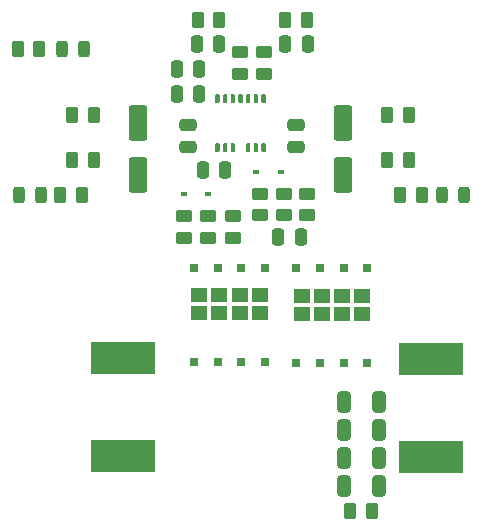
<source format=gbr>
%TF.GenerationSoftware,KiCad,Pcbnew,7.0.9*%
%TF.CreationDate,2024-01-03T10:23:19+05:30*%
%TF.ProjectId,RnD_6th_sem,526e445f-3674-4685-9f73-656d2e6b6963,rev?*%
%TF.SameCoordinates,Original*%
%TF.FileFunction,Paste,Top*%
%TF.FilePolarity,Positive*%
%FSLAX46Y46*%
G04 Gerber Fmt 4.6, Leading zero omitted, Abs format (unit mm)*
G04 Created by KiCad (PCBNEW 7.0.9) date 2024-01-03 10:23:19*
%MOMM*%
%LPD*%
G01*
G04 APERTURE LIST*
G04 Aperture macros list*
%AMRoundRect*
0 Rectangle with rounded corners*
0 $1 Rounding radius*
0 $2 $3 $4 $5 $6 $7 $8 $9 X,Y pos of 4 corners*
0 Add a 4 corners polygon primitive as box body*
4,1,4,$2,$3,$4,$5,$6,$7,$8,$9,$2,$3,0*
0 Add four circle primitives for the rounded corners*
1,1,$1+$1,$2,$3*
1,1,$1+$1,$4,$5*
1,1,$1+$1,$6,$7*
1,1,$1+$1,$8,$9*
0 Add four rect primitives between the rounded corners*
20,1,$1+$1,$2,$3,$4,$5,0*
20,1,$1+$1,$4,$5,$6,$7,0*
20,1,$1+$1,$6,$7,$8,$9,0*
20,1,$1+$1,$8,$9,$2,$3,0*%
G04 Aperture macros list end*
%ADD10RoundRect,0.243750X0.243750X0.456250X-0.243750X0.456250X-0.243750X-0.456250X0.243750X-0.456250X0*%
%ADD11RoundRect,0.250000X-0.262500X-0.450000X0.262500X-0.450000X0.262500X0.450000X-0.262500X0.450000X0*%
%ADD12RoundRect,0.250000X0.550000X-1.250000X0.550000X1.250000X-0.550000X1.250000X-0.550000X-1.250000X0*%
%ADD13RoundRect,0.250000X0.262500X0.450000X-0.262500X0.450000X-0.262500X-0.450000X0.262500X-0.450000X0*%
%ADD14RoundRect,0.250000X-0.250000X-0.475000X0.250000X-0.475000X0.250000X0.475000X-0.250000X0.475000X0*%
%ADD15RoundRect,0.250000X0.325000X0.650000X-0.325000X0.650000X-0.325000X-0.650000X0.325000X-0.650000X0*%
%ADD16RoundRect,0.250000X-0.450000X0.262500X-0.450000X-0.262500X0.450000X-0.262500X0.450000X0.262500X0*%
%ADD17R,1.400000X1.200000*%
%ADD18R,0.800000X0.800000*%
%ADD19RoundRect,0.250000X0.250000X0.475000X-0.250000X0.475000X-0.250000X-0.475000X0.250000X-0.475000X0*%
%ADD20R,5.450000X2.700000*%
%ADD21R,0.600000X0.450000*%
%ADD22RoundRect,0.243750X-0.243750X-0.456250X0.243750X-0.456250X0.243750X0.456250X-0.243750X0.456250X0*%
%ADD23RoundRect,0.250000X-0.475000X0.250000X-0.475000X-0.250000X0.475000X-0.250000X0.475000X0.250000X0*%
G04 APERTURE END LIST*
%TO.C,IC1*%
G36*
X138762100Y-62146500D02*
G01*
X138781100Y-62151100D01*
X138799200Y-62158600D01*
X138816000Y-62168900D01*
X138830900Y-62181600D01*
X138843600Y-62196500D01*
X138853900Y-62213300D01*
X138861400Y-62231400D01*
X138866000Y-62250400D01*
X138867500Y-62270000D01*
X138867500Y-62820000D01*
X138866000Y-62839600D01*
X138861400Y-62858600D01*
X138853900Y-62876700D01*
X138843600Y-62893500D01*
X138830900Y-62908400D01*
X138816000Y-62921100D01*
X138799200Y-62931400D01*
X138781100Y-62938900D01*
X138742500Y-62945000D01*
X138642500Y-62945000D01*
X138585800Y-62931400D01*
X138569000Y-62921100D01*
X138554100Y-62908400D01*
X138541400Y-62893500D01*
X138531100Y-62876700D01*
X138523600Y-62858600D01*
X138519000Y-62839600D01*
X138517500Y-62820000D01*
X138517500Y-62270000D01*
X138519000Y-62250400D01*
X138523600Y-62231400D01*
X138531100Y-62213300D01*
X138541400Y-62196500D01*
X138554100Y-62181600D01*
X138569000Y-62168900D01*
X138585800Y-62158600D01*
X138603900Y-62151100D01*
X138642500Y-62145000D01*
X138742500Y-62145000D01*
X138762100Y-62146500D01*
G37*
G36*
X140712100Y-62146500D02*
G01*
X140731100Y-62151100D01*
X140749200Y-62158600D01*
X140766000Y-62168900D01*
X140780900Y-62181600D01*
X140793600Y-62196500D01*
X140803900Y-62213300D01*
X140811400Y-62231400D01*
X140816000Y-62250400D01*
X140817500Y-62270000D01*
X140817500Y-62820000D01*
X140816000Y-62839600D01*
X140811400Y-62858600D01*
X140803900Y-62876700D01*
X140793600Y-62893500D01*
X140780900Y-62908400D01*
X140766000Y-62921100D01*
X140749200Y-62931400D01*
X140731100Y-62938900D01*
X140692500Y-62945000D01*
X140592500Y-62945000D01*
X140572900Y-62943500D01*
X140553900Y-62938900D01*
X140535800Y-62931400D01*
X140519000Y-62921100D01*
X140504100Y-62908400D01*
X140491400Y-62893500D01*
X140481100Y-62876700D01*
X140473600Y-62858600D01*
X140469000Y-62839600D01*
X140467500Y-62820000D01*
X140467500Y-62270000D01*
X140469000Y-62250400D01*
X140473600Y-62231400D01*
X140481100Y-62213300D01*
X140491400Y-62196500D01*
X140504100Y-62181600D01*
X140519000Y-62168900D01*
X140535800Y-62158600D01*
X140553900Y-62151100D01*
X140592500Y-62145000D01*
X140692500Y-62145000D01*
X140712100Y-62146500D01*
G37*
G36*
X140062100Y-62146500D02*
G01*
X140081100Y-62151100D01*
X140099200Y-62158600D01*
X140116000Y-62168900D01*
X140130900Y-62181600D01*
X140143600Y-62196500D01*
X140153900Y-62213300D01*
X140161400Y-62231400D01*
X140166000Y-62250400D01*
X140167500Y-62270000D01*
X140167500Y-62820000D01*
X140166000Y-62839600D01*
X140161400Y-62858600D01*
X140153900Y-62876700D01*
X140143600Y-62893500D01*
X140130900Y-62908400D01*
X140116000Y-62921100D01*
X140099200Y-62931400D01*
X140081100Y-62938900D01*
X140042500Y-62945000D01*
X139942500Y-62945000D01*
X139922900Y-62943500D01*
X139903900Y-62938900D01*
X139885800Y-62931400D01*
X139869000Y-62921100D01*
X139854100Y-62908400D01*
X139841400Y-62893500D01*
X139831100Y-62876700D01*
X139823600Y-62858600D01*
X139819000Y-62839600D01*
X139817500Y-62820000D01*
X139817500Y-62270000D01*
X139819000Y-62250400D01*
X139823600Y-62231400D01*
X139831100Y-62213300D01*
X139841400Y-62196500D01*
X139854100Y-62181600D01*
X139869000Y-62168900D01*
X139885800Y-62158600D01*
X139903900Y-62151100D01*
X139942500Y-62145000D01*
X140042500Y-62145000D01*
X140062100Y-62146500D01*
G37*
G36*
X139412100Y-62146500D02*
G01*
X139431100Y-62151100D01*
X139449200Y-62158600D01*
X139466000Y-62168900D01*
X139480900Y-62181600D01*
X139493600Y-62196500D01*
X139503900Y-62213300D01*
X139511400Y-62231400D01*
X139516000Y-62250400D01*
X139517500Y-62270000D01*
X139517500Y-62820000D01*
X139516000Y-62839600D01*
X139511400Y-62858600D01*
X139503900Y-62876700D01*
X139493600Y-62893500D01*
X139480900Y-62908400D01*
X139466000Y-62921100D01*
X139449200Y-62931400D01*
X139431100Y-62938900D01*
X139392500Y-62945000D01*
X139292500Y-62945000D01*
X139272900Y-62943500D01*
X139253900Y-62938900D01*
X139235800Y-62931400D01*
X139219000Y-62921100D01*
X139204100Y-62908400D01*
X139191400Y-62893500D01*
X139181100Y-62876700D01*
X139173600Y-62858600D01*
X139169000Y-62839600D01*
X139167500Y-62820000D01*
X139167500Y-62270000D01*
X139169000Y-62250400D01*
X139173600Y-62231400D01*
X139181100Y-62213300D01*
X139191400Y-62196500D01*
X139204100Y-62181600D01*
X139219000Y-62168900D01*
X139235800Y-62158600D01*
X139253900Y-62151100D01*
X139292500Y-62145000D01*
X139392500Y-62145000D01*
X139412100Y-62146500D01*
G37*
G36*
X138112100Y-62146500D02*
G01*
X138131100Y-62151100D01*
X138149200Y-62158600D01*
X138166000Y-62168900D01*
X138180900Y-62181600D01*
X138193600Y-62196500D01*
X138203900Y-62213300D01*
X138211400Y-62231400D01*
X138216000Y-62250400D01*
X138217500Y-62270000D01*
X138217500Y-62820000D01*
X138216000Y-62839600D01*
X138211400Y-62858600D01*
X138203900Y-62876700D01*
X138193600Y-62893500D01*
X138180900Y-62908400D01*
X138166000Y-62921100D01*
X138149200Y-62931400D01*
X138131100Y-62938900D01*
X138092500Y-62945000D01*
X137992500Y-62945000D01*
X137972900Y-62943500D01*
X137953900Y-62938900D01*
X137935800Y-62931400D01*
X137919000Y-62921100D01*
X137904100Y-62908400D01*
X137891400Y-62893500D01*
X137881100Y-62876700D01*
X137873600Y-62858600D01*
X137869000Y-62839600D01*
X137867500Y-62820000D01*
X137867500Y-62270000D01*
X137869000Y-62250400D01*
X137873600Y-62231400D01*
X137881100Y-62213300D01*
X137891400Y-62196500D01*
X137904100Y-62181600D01*
X137919000Y-62168900D01*
X137935800Y-62158600D01*
X137953900Y-62151100D01*
X137992500Y-62145000D01*
X138092500Y-62145000D01*
X138112100Y-62146500D01*
G37*
G36*
X137462100Y-62146500D02*
G01*
X137481100Y-62151100D01*
X137499200Y-62158600D01*
X137516000Y-62168900D01*
X137530900Y-62181600D01*
X137543600Y-62196500D01*
X137553900Y-62213300D01*
X137561400Y-62231400D01*
X137566000Y-62250400D01*
X137567500Y-62270000D01*
X137567500Y-62820000D01*
X137566000Y-62839600D01*
X137561400Y-62858600D01*
X137553900Y-62876700D01*
X137543600Y-62893500D01*
X137530900Y-62908400D01*
X137516000Y-62921100D01*
X137499200Y-62931400D01*
X137481100Y-62938900D01*
X137442500Y-62945000D01*
X137342500Y-62945000D01*
X137322900Y-62943500D01*
X137303900Y-62938900D01*
X137285800Y-62931400D01*
X137269000Y-62921100D01*
X137254100Y-62908400D01*
X137241400Y-62893500D01*
X137231100Y-62876700D01*
X137223600Y-62858600D01*
X137219000Y-62839600D01*
X137217500Y-62820000D01*
X137217500Y-62270000D01*
X137219000Y-62250400D01*
X137223600Y-62231400D01*
X137231100Y-62213300D01*
X137241400Y-62196500D01*
X137254100Y-62181600D01*
X137269000Y-62168900D01*
X137285800Y-62158600D01*
X137303900Y-62151100D01*
X137342500Y-62145000D01*
X137442500Y-62145000D01*
X137462100Y-62146500D01*
G37*
G36*
X136812100Y-62146500D02*
G01*
X136831100Y-62151100D01*
X136849200Y-62158600D01*
X136866000Y-62168900D01*
X136880900Y-62181600D01*
X136893600Y-62196500D01*
X136903900Y-62213300D01*
X136911400Y-62231400D01*
X136916000Y-62250400D01*
X136917500Y-62270000D01*
X136917500Y-62820000D01*
X136916000Y-62839600D01*
X136911400Y-62858600D01*
X136903900Y-62876700D01*
X136893600Y-62893500D01*
X136880900Y-62908400D01*
X136866000Y-62921100D01*
X136849200Y-62931400D01*
X136831100Y-62938900D01*
X136792500Y-62945000D01*
X136692500Y-62945000D01*
X136672900Y-62943500D01*
X136653900Y-62938900D01*
X136635800Y-62931400D01*
X136619000Y-62921100D01*
X136604100Y-62908400D01*
X136591400Y-62893500D01*
X136581100Y-62876700D01*
X136573600Y-62858600D01*
X136569000Y-62839600D01*
X136567500Y-62820000D01*
X136567500Y-62270000D01*
X136569000Y-62250400D01*
X136573600Y-62231400D01*
X136581100Y-62213300D01*
X136591400Y-62196500D01*
X136604100Y-62181600D01*
X136619000Y-62168900D01*
X136635800Y-62158600D01*
X136653900Y-62151100D01*
X136692500Y-62145000D01*
X136792500Y-62145000D01*
X136812100Y-62146500D01*
G37*
G36*
X140712100Y-66296500D02*
G01*
X140731100Y-66301100D01*
X140749200Y-66308600D01*
X140766000Y-66318900D01*
X140780900Y-66331600D01*
X140793600Y-66346500D01*
X140803900Y-66363300D01*
X140811400Y-66381400D01*
X140816000Y-66400400D01*
X140817500Y-66420000D01*
X140817500Y-66970000D01*
X140816000Y-66989600D01*
X140811400Y-67008600D01*
X140803900Y-67026700D01*
X140793600Y-67043500D01*
X140780900Y-67058400D01*
X140766000Y-67071100D01*
X140749200Y-67081400D01*
X140731100Y-67088900D01*
X140692500Y-67095000D01*
X140592500Y-67095000D01*
X140572900Y-67093500D01*
X140553900Y-67088900D01*
X140535800Y-67081400D01*
X140519000Y-67071100D01*
X140504100Y-67058400D01*
X140491400Y-67043500D01*
X140481100Y-67026700D01*
X140473600Y-67008600D01*
X140469000Y-66989600D01*
X140467500Y-66970000D01*
X140467500Y-66420000D01*
X140469000Y-66400400D01*
X140473600Y-66381400D01*
X140481100Y-66363300D01*
X140491400Y-66346500D01*
X140504100Y-66331600D01*
X140519000Y-66318900D01*
X140535800Y-66308600D01*
X140553900Y-66301100D01*
X140592500Y-66295000D01*
X140692500Y-66295000D01*
X140712100Y-66296500D01*
G37*
G36*
X140062100Y-66296500D02*
G01*
X140081100Y-66301100D01*
X140099200Y-66308600D01*
X140116000Y-66318900D01*
X140130900Y-66331600D01*
X140143600Y-66346500D01*
X140153900Y-66363300D01*
X140161400Y-66381400D01*
X140166000Y-66400400D01*
X140167500Y-66420000D01*
X140167500Y-66970000D01*
X140166000Y-66989600D01*
X140161400Y-67008600D01*
X140153900Y-67026700D01*
X140143600Y-67043500D01*
X140130900Y-67058400D01*
X140116000Y-67071100D01*
X140099200Y-67081400D01*
X140081100Y-67088900D01*
X140042500Y-67095000D01*
X139942500Y-67095000D01*
X139922900Y-67093500D01*
X139903900Y-67088900D01*
X139885800Y-67081400D01*
X139869000Y-67071100D01*
X139854100Y-67058400D01*
X139841400Y-67043500D01*
X139831100Y-67026700D01*
X139823600Y-67008600D01*
X139819000Y-66989600D01*
X139817500Y-66970000D01*
X139817500Y-66420000D01*
X139819000Y-66400400D01*
X139823600Y-66381400D01*
X139831100Y-66363300D01*
X139841400Y-66346500D01*
X139854100Y-66331600D01*
X139869000Y-66318900D01*
X139885800Y-66308600D01*
X139903900Y-66301100D01*
X139942500Y-66295000D01*
X140042500Y-66295000D01*
X140062100Y-66296500D01*
G37*
G36*
X139412100Y-66296500D02*
G01*
X139431100Y-66301100D01*
X139449200Y-66308600D01*
X139466000Y-66318900D01*
X139480900Y-66331600D01*
X139493600Y-66346500D01*
X139503900Y-66363300D01*
X139511400Y-66381400D01*
X139516000Y-66400400D01*
X139517500Y-66420000D01*
X139517500Y-66970000D01*
X139516000Y-66989600D01*
X139511400Y-67008600D01*
X139503900Y-67026700D01*
X139493600Y-67043500D01*
X139480900Y-67058400D01*
X139466000Y-67071100D01*
X139449200Y-67081400D01*
X139431100Y-67088900D01*
X139392500Y-67095000D01*
X139292500Y-67095000D01*
X139272900Y-67093500D01*
X139253900Y-67088900D01*
X139235800Y-67081400D01*
X139219000Y-67071100D01*
X139204100Y-67058400D01*
X139191400Y-67043500D01*
X139181100Y-67026700D01*
X139173600Y-67008600D01*
X139169000Y-66989600D01*
X139167500Y-66970000D01*
X139167500Y-66420000D01*
X139169000Y-66400400D01*
X139173600Y-66381400D01*
X139181100Y-66363300D01*
X139191400Y-66346500D01*
X139204100Y-66331600D01*
X139219000Y-66318900D01*
X139235800Y-66308600D01*
X139253900Y-66301100D01*
X139292500Y-66295000D01*
X139392500Y-66295000D01*
X139412100Y-66296500D01*
G37*
G36*
X138112100Y-66296500D02*
G01*
X138131100Y-66301100D01*
X138149200Y-66308600D01*
X138166000Y-66318900D01*
X138180900Y-66331600D01*
X138193600Y-66346500D01*
X138203900Y-66363300D01*
X138211400Y-66381400D01*
X138216000Y-66400400D01*
X138217500Y-66420000D01*
X138217500Y-66970000D01*
X138216000Y-66989600D01*
X138211400Y-67008600D01*
X138203900Y-67026700D01*
X138193600Y-67043500D01*
X138180900Y-67058400D01*
X138166000Y-67071100D01*
X138149200Y-67081400D01*
X138131100Y-67088900D01*
X138092500Y-67095000D01*
X137992500Y-67095000D01*
X137972900Y-67093500D01*
X137953900Y-67088900D01*
X137935800Y-67081400D01*
X137919000Y-67071100D01*
X137904100Y-67058400D01*
X137891400Y-67043500D01*
X137881100Y-67026700D01*
X137873600Y-67008600D01*
X137869000Y-66989600D01*
X137867500Y-66970000D01*
X137867500Y-66420000D01*
X137869000Y-66400400D01*
X137873600Y-66381400D01*
X137881100Y-66363300D01*
X137891400Y-66346500D01*
X137904100Y-66331600D01*
X137919000Y-66318900D01*
X137935800Y-66308600D01*
X137953900Y-66301100D01*
X137992500Y-66295000D01*
X138092500Y-66295000D01*
X138112100Y-66296500D01*
G37*
G36*
X137462100Y-66296500D02*
G01*
X137481100Y-66301100D01*
X137499200Y-66308600D01*
X137516000Y-66318900D01*
X137530900Y-66331600D01*
X137543600Y-66346500D01*
X137553900Y-66363300D01*
X137561400Y-66381400D01*
X137566000Y-66400400D01*
X137567500Y-66420000D01*
X137567500Y-66970000D01*
X137566000Y-66989600D01*
X137561400Y-67008600D01*
X137553900Y-67026700D01*
X137543600Y-67043500D01*
X137530900Y-67058400D01*
X137516000Y-67071100D01*
X137499200Y-67081400D01*
X137481100Y-67088900D01*
X137442500Y-67095000D01*
X137342500Y-67095000D01*
X137322900Y-67093500D01*
X137303900Y-67088900D01*
X137285800Y-67081400D01*
X137269000Y-67071100D01*
X137254100Y-67058400D01*
X137241400Y-67043500D01*
X137231100Y-67026700D01*
X137223600Y-67008600D01*
X137219000Y-66989600D01*
X137217500Y-66970000D01*
X137217500Y-66420000D01*
X137219000Y-66400400D01*
X137223600Y-66381400D01*
X137231100Y-66363300D01*
X137241400Y-66346500D01*
X137254100Y-66331600D01*
X137269000Y-66318900D01*
X137285800Y-66308600D01*
X137303900Y-66301100D01*
X137342500Y-66295000D01*
X137442500Y-66295000D01*
X137462100Y-66296500D01*
G37*
G36*
X136812100Y-66296500D02*
G01*
X136831100Y-66301100D01*
X136849200Y-66308600D01*
X136866000Y-66318900D01*
X136880900Y-66331600D01*
X136893600Y-66346500D01*
X136903900Y-66363300D01*
X136911400Y-66381400D01*
X136916000Y-66400400D01*
X136917500Y-66420000D01*
X136917500Y-66970000D01*
X136916000Y-66989600D01*
X136911400Y-67008600D01*
X136903900Y-67026700D01*
X136893600Y-67043500D01*
X136880900Y-67058400D01*
X136866000Y-67071100D01*
X136849200Y-67081400D01*
X136831100Y-67088900D01*
X136792500Y-67095000D01*
X136692500Y-67095000D01*
X136672900Y-67093500D01*
X136653900Y-67088900D01*
X136635800Y-67081400D01*
X136619000Y-67071100D01*
X136604100Y-67058400D01*
X136591400Y-67043500D01*
X136581100Y-67026700D01*
X136573600Y-67008600D01*
X136569000Y-66989600D01*
X136567500Y-66970000D01*
X136567500Y-66420000D01*
X136569000Y-66400400D01*
X136573600Y-66381400D01*
X136581100Y-66363300D01*
X136591400Y-66346500D01*
X136604100Y-66331600D01*
X136619000Y-66318900D01*
X136635800Y-66308600D01*
X136653900Y-66301100D01*
X136692500Y-66295000D01*
X136792500Y-66295000D01*
X136812100Y-66296500D01*
G37*
%TD*%
D10*
%TO.C,D5*%
X125462500Y-58310000D03*
X123587500Y-58310000D03*
%TD*%
D11*
%TO.C,R16*%
X142492500Y-55910000D03*
X144317500Y-55910000D03*
%TD*%
%TO.C,R12*%
X123412500Y-70710000D03*
X125237500Y-70710000D03*
%TD*%
D12*
%TO.C,C16*%
X130025000Y-69010000D03*
X130025000Y-64610000D03*
%TD*%
D13*
%TO.C,R8*%
X149792500Y-97460000D03*
X147967500Y-97460000D03*
%TD*%
D14*
%TO.C,C1*%
X133275000Y-62110000D03*
X135175000Y-62110000D03*
%TD*%
D15*
%TO.C,C9*%
X150430000Y-88260000D03*
X147480000Y-88260000D03*
%TD*%
D11*
%TO.C,FB2*%
X124467500Y-63970000D03*
X126292500Y-63970000D03*
%TD*%
D16*
%TO.C,R13*%
X138675000Y-58597500D03*
X138675000Y-60422500D03*
%TD*%
%TO.C,R1*%
X138030000Y-72497500D03*
X138030000Y-74322500D03*
%TD*%
%TO.C,R3*%
X140342500Y-70597500D03*
X140342500Y-72422500D03*
%TD*%
D15*
%TO.C,C8*%
X150430000Y-90610000D03*
X147480000Y-90610000D03*
%TD*%
D10*
%TO.C,D6*%
X157610000Y-70710000D03*
X155735000Y-70710000D03*
%TD*%
D13*
%TO.C,R10*%
X121637500Y-58310000D03*
X119812500Y-58310000D03*
%TD*%
D17*
%TO.C,Q1*%
X143870000Y-80740000D03*
X145570000Y-80740000D03*
X147270000Y-80740000D03*
X148970000Y-80740000D03*
X143870000Y-79240000D03*
X145570000Y-79240000D03*
X147270000Y-79240000D03*
X148970000Y-79240000D03*
D18*
X143420000Y-84890000D03*
X145420000Y-84890000D03*
X147420000Y-84890000D03*
X149420000Y-84890000D03*
X149420000Y-76890000D03*
X147420000Y-76890000D03*
X145420000Y-76890000D03*
X143420000Y-76890000D03*
%TD*%
D16*
%TO.C,R2*%
X142342500Y-70597500D03*
X142342500Y-72422500D03*
%TD*%
%TO.C,R5*%
X144342500Y-70597500D03*
X144342500Y-72422500D03*
%TD*%
D19*
%TO.C,C14*%
X144375000Y-57910000D03*
X142475000Y-57910000D03*
%TD*%
D11*
%TO.C,FB1*%
X151117500Y-63970000D03*
X152942500Y-63970000D03*
%TD*%
%TO.C,FB4*%
X151117500Y-67760000D03*
X152942500Y-67760000D03*
%TD*%
D16*
%TO.C,R4*%
X135980000Y-72497500D03*
X135980000Y-74322500D03*
%TD*%
D13*
%TO.C,R11*%
X154025000Y-70710000D03*
X152200000Y-70710000D03*
%TD*%
D14*
%TO.C,C13*%
X135005000Y-57910000D03*
X136905000Y-57910000D03*
%TD*%
D19*
%TO.C,C5*%
X143780000Y-74260000D03*
X141880000Y-74260000D03*
%TD*%
D20*
%TO.C,R9*%
X128780000Y-84510000D03*
X128780000Y-92810000D03*
%TD*%
D17*
%TO.C,Q2*%
X135210000Y-80710000D03*
X136910000Y-80710000D03*
X138610000Y-80710000D03*
X140310000Y-80710000D03*
X135210000Y-79210000D03*
X136910000Y-79210000D03*
X138610000Y-79210000D03*
X140310000Y-79210000D03*
D18*
X134760000Y-84860000D03*
X136760000Y-84860000D03*
X138760000Y-84860000D03*
X140760000Y-84860000D03*
X140760000Y-76860000D03*
X138760000Y-76860000D03*
X136760000Y-76860000D03*
X134760000Y-76860000D03*
%TD*%
D21*
%TO.C,D2*%
X135980000Y-70610000D03*
X133880000Y-70610000D03*
%TD*%
D19*
%TO.C,C4*%
X137392500Y-68610000D03*
X135492500Y-68610000D03*
%TD*%
D16*
%TO.C,R14*%
X140675000Y-58597500D03*
X140675000Y-60422500D03*
%TD*%
D22*
%TO.C,D7*%
X119900000Y-70710000D03*
X121775000Y-70710000D03*
%TD*%
D13*
%TO.C,R15*%
X136887500Y-55910000D03*
X135062500Y-55910000D03*
%TD*%
D15*
%TO.C,C7*%
X150430000Y-95310000D03*
X147480000Y-95310000D03*
%TD*%
D20*
%TO.C,R7*%
X154780000Y-84620000D03*
X154780000Y-92920000D03*
%TD*%
D21*
%TO.C,D1*%
X139997500Y-68760000D03*
X142097500Y-68760000D03*
%TD*%
D23*
%TO.C,C3*%
X134225000Y-64760000D03*
X134225000Y-66660000D03*
%TD*%
D14*
%TO.C,C11*%
X133275000Y-60010000D03*
X135175000Y-60010000D03*
%TD*%
D13*
%TO.C,FB3*%
X126292500Y-67760000D03*
X124467500Y-67760000D03*
%TD*%
D23*
%TO.C,C2*%
X143375000Y-64760000D03*
X143375000Y-66660000D03*
%TD*%
D12*
%TO.C,C15*%
X147362500Y-69010000D03*
X147362500Y-64610000D03*
%TD*%
D15*
%TO.C,C6*%
X150430000Y-92960000D03*
X147480000Y-92960000D03*
%TD*%
D16*
%TO.C,R6*%
X133930000Y-72497500D03*
X133930000Y-74322500D03*
%TD*%
M02*

</source>
